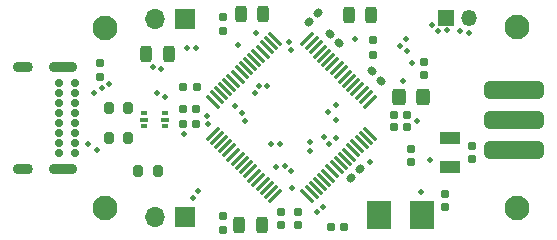
<source format=gts>
G04 #@! TF.GenerationSoftware,KiCad,Pcbnew,7.0.6*
G04 #@! TF.CreationDate,2024-02-06T23:19:41+01:00*
G04 #@! TF.ProjectId,USB2CANv2,55534232-4341-44e7-9632-2e6b69636164,0_2*
G04 #@! TF.SameCoordinates,Original*
G04 #@! TF.FileFunction,Soldermask,Top*
G04 #@! TF.FilePolarity,Negative*
%FSLAX46Y46*%
G04 Gerber Fmt 4.6, Leading zero omitted, Abs format (unit mm)*
G04 Created by KiCad (PCBNEW 7.0.6) date 2024-02-06 23:19:41*
%MOMM*%
%LPD*%
G01*
G04 APERTURE LIST*
G04 Aperture macros list*
%AMRoundRect*
0 Rectangle with rounded corners*
0 $1 Rounding radius*
0 $2 $3 $4 $5 $6 $7 $8 $9 X,Y pos of 4 corners*
0 Add a 4 corners polygon primitive as box body*
4,1,4,$2,$3,$4,$5,$6,$7,$8,$9,$2,$3,0*
0 Add four circle primitives for the rounded corners*
1,1,$1+$1,$2,$3*
1,1,$1+$1,$4,$5*
1,1,$1+$1,$6,$7*
1,1,$1+$1,$8,$9*
0 Add four rect primitives between the rounded corners*
20,1,$1+$1,$2,$3,$4,$5,0*
20,1,$1+$1,$4,$5,$6,$7,0*
20,1,$1+$1,$6,$7,$8,$9,0*
20,1,$1+$1,$8,$9,$2,$3,0*%
G04 Aperture macros list end*
%ADD10O,1.350000X1.350000*%
%ADD11R,1.350000X1.350000*%
%ADD12RoundRect,0.200000X0.200000X0.275000X-0.200000X0.275000X-0.200000X-0.275000X0.200000X-0.275000X0*%
%ADD13R,0.500000X0.375000*%
%ADD14R,0.650000X0.300000*%
%ADD15RoundRect,0.155000X0.155000X-0.212500X0.155000X0.212500X-0.155000X0.212500X-0.155000X-0.212500X0*%
%ADD16R,1.700000X1.700000*%
%ADD17O,1.700000X1.700000*%
%ADD18RoundRect,0.155000X-0.212500X-0.155000X0.212500X-0.155000X0.212500X0.155000X-0.212500X0.155000X0*%
%ADD19RoundRect,0.160000X-0.160000X0.197500X-0.160000X-0.197500X0.160000X-0.197500X0.160000X0.197500X0*%
%ADD20RoundRect,0.250000X-0.325000X-0.450000X0.325000X-0.450000X0.325000X0.450000X-0.325000X0.450000X0*%
%ADD21C,2.100000*%
%ADD22RoundRect,0.243750X-0.243750X-0.456250X0.243750X-0.456250X0.243750X0.456250X-0.243750X0.456250X0*%
%ADD23RoundRect,0.381000X2.119000X0.381000X-2.119000X0.381000X-2.119000X-0.381000X2.119000X-0.381000X0*%
%ADD24R,2.000000X2.400000*%
%ADD25R,1.800000X1.000000*%
%ADD26C,0.700000*%
%ADD27O,1.700000X0.900000*%
%ADD28O,2.400000X0.900000*%
%ADD29RoundRect,0.075000X0.548008X0.441942X0.441942X0.548008X-0.548008X-0.441942X-0.441942X-0.548008X0*%
%ADD30RoundRect,0.075000X0.548008X-0.441942X-0.441942X0.548008X-0.548008X0.441942X0.441942X-0.548008X0*%
%ADD31RoundRect,0.155000X0.212500X0.155000X-0.212500X0.155000X-0.212500X-0.155000X0.212500X-0.155000X0*%
%ADD32RoundRect,0.155000X-0.259862X0.040659X0.040659X-0.259862X0.259862X-0.040659X-0.040659X0.259862X0*%
%ADD33RoundRect,0.200000X-0.200000X-0.275000X0.200000X-0.275000X0.200000X0.275000X-0.200000X0.275000X0*%
%ADD34RoundRect,0.155000X-0.155000X0.212500X-0.155000X-0.212500X0.155000X-0.212500X0.155000X0.212500X0*%
%ADD35RoundRect,0.243750X0.243750X0.456250X-0.243750X0.456250X-0.243750X-0.456250X0.243750X-0.456250X0*%
%ADD36RoundRect,0.155000X-0.040659X-0.259862X0.259862X0.040659X0.040659X0.259862X-0.259862X-0.040659X0*%
%ADD37C,0.500000*%
G04 APERTURE END LIST*
D10*
X160512000Y-89154000D03*
D11*
X158512000Y-89154000D03*
D12*
X131635000Y-96774000D03*
X129985000Y-96774000D03*
D13*
X134708000Y-98327500D03*
D14*
X134783000Y-97790000D03*
D13*
X134708000Y-97252500D03*
X133008000Y-97252500D03*
D14*
X132933000Y-97790000D03*
D13*
X133008000Y-98327500D03*
D15*
X158496000Y-105215500D03*
X158496000Y-104080500D03*
D16*
X136403000Y-89255600D03*
D17*
X133863000Y-89255600D03*
D18*
X154118500Y-98425000D03*
X155253500Y-98425000D03*
D19*
X139700000Y-105955500D03*
X139700000Y-107150500D03*
D20*
X154550000Y-95885000D03*
X156600000Y-95885000D03*
D21*
X129692400Y-105257600D03*
X164591835Y-89984543D03*
D15*
X156718000Y-92904500D03*
X156718000Y-94039500D03*
D19*
X139670000Y-89142500D03*
X139670000Y-90337500D03*
D12*
X131635000Y-99314000D03*
X129985000Y-99314000D03*
D22*
X141162500Y-88870000D03*
X143037500Y-88870000D03*
X141048500Y-106679999D03*
X142923500Y-106679999D03*
D23*
X164338000Y-100330000D03*
X164338000Y-97790000D03*
X164338000Y-95250000D03*
D24*
X152836000Y-105867200D03*
X156536000Y-105867200D03*
D25*
X158877000Y-99334000D03*
X158877000Y-101834000D03*
D19*
X152400000Y-91096500D03*
X152400000Y-92291500D03*
D26*
X127113400Y-94662600D03*
X127113400Y-95512600D03*
X127113400Y-96362600D03*
X127113400Y-97212600D03*
X127113400Y-98062600D03*
X127113400Y-98912600D03*
X127113400Y-99762600D03*
X127113400Y-100612600D03*
X125763400Y-100612600D03*
X125763400Y-99762600D03*
X125763400Y-98912600D03*
X125763400Y-98062600D03*
X125763400Y-97212600D03*
X125763400Y-96362600D03*
X125763400Y-95512600D03*
X125763400Y-94662600D03*
D27*
X122753400Y-101962600D03*
X122753400Y-93312600D03*
D28*
X126133400Y-101962600D03*
X126133400Y-93312600D03*
D29*
X144079219Y-104302081D03*
X143725666Y-103948528D03*
X143372113Y-103594975D03*
X143018559Y-103241421D03*
X142665006Y-102887868D03*
X142311452Y-102534314D03*
X141957899Y-102180761D03*
X141604346Y-101827208D03*
X141250792Y-101473654D03*
X140897239Y-101120101D03*
X140543686Y-100766548D03*
X140190132Y-100412994D03*
X139836579Y-100059441D03*
X139483025Y-99705887D03*
X139129472Y-99352334D03*
X138775919Y-98998781D03*
D30*
X138775919Y-96276419D03*
X139129472Y-95922866D03*
X139483025Y-95569313D03*
X139836579Y-95215759D03*
X140190132Y-94862206D03*
X140543686Y-94508652D03*
X140897239Y-94155099D03*
X141250792Y-93801546D03*
X141604346Y-93447992D03*
X141957899Y-93094439D03*
X142311452Y-92740886D03*
X142665006Y-92387332D03*
X143018559Y-92033779D03*
X143372113Y-91680225D03*
X143725666Y-91326672D03*
X144079219Y-90973119D03*
D29*
X146801581Y-90973119D03*
X147155134Y-91326672D03*
X147508687Y-91680225D03*
X147862241Y-92033779D03*
X148215794Y-92387332D03*
X148569348Y-92740886D03*
X148922901Y-93094439D03*
X149276454Y-93447992D03*
X149630008Y-93801546D03*
X149983561Y-94155099D03*
X150337114Y-94508652D03*
X150690668Y-94862206D03*
X151044221Y-95215759D03*
X151397775Y-95569313D03*
X151751328Y-95922866D03*
X152104881Y-96276419D03*
D30*
X152104881Y-98998781D03*
X151751328Y-99352334D03*
X151397775Y-99705887D03*
X151044221Y-100059441D03*
X150690668Y-100412994D03*
X150337114Y-100766548D03*
X149983561Y-101120101D03*
X149630008Y-101473654D03*
X149276454Y-101827208D03*
X148922901Y-102180761D03*
X148569348Y-102534314D03*
X148215794Y-102887868D03*
X147862241Y-103241421D03*
X147508687Y-103594975D03*
X147155134Y-103948528D03*
X146801581Y-104302081D03*
D31*
X137371900Y-98145600D03*
X136236900Y-98145600D03*
D21*
X164589596Y-105258080D03*
D32*
X152252717Y-93705717D03*
X153055283Y-94508283D03*
D31*
X137422700Y-95046800D03*
X136287700Y-95046800D03*
D32*
X148696717Y-90530717D03*
X149499283Y-91333283D03*
D22*
X133174500Y-92202000D03*
X135049500Y-92202000D03*
D21*
X129692400Y-90017600D03*
D33*
X132474200Y-102108000D03*
X134124200Y-102108000D03*
D31*
X149919500Y-106908600D03*
X148784500Y-106908600D03*
D34*
X160731200Y-100016500D03*
X160731200Y-101151500D03*
D18*
X154118500Y-97409000D03*
X155253500Y-97409000D03*
D31*
X137371900Y-96875600D03*
X136236900Y-96875600D03*
D34*
X146050000Y-105604500D03*
X146050000Y-106739500D03*
X144551400Y-105604500D03*
X144551400Y-106739500D03*
D16*
X136403000Y-106019600D03*
D17*
X133863000Y-106019600D03*
D35*
X152219900Y-88900000D03*
X150344900Y-88900000D03*
D34*
X155549600Y-100270500D03*
X155549600Y-101405500D03*
D19*
X129286000Y-92988200D03*
X129286000Y-94183200D03*
D36*
X146918717Y-89555283D03*
X147721283Y-88752717D03*
X150474717Y-102763283D03*
X151277283Y-101960717D03*
D37*
X158597600Y-90195400D03*
X157903368Y-90281104D03*
X159766000Y-90332500D03*
X160512000Y-90449400D03*
X157327600Y-89814400D03*
X157220000Y-101220000D03*
X138416348Y-98142317D03*
X138320000Y-97500000D03*
X136361189Y-99023189D03*
X152146000Y-101346000D03*
X156464000Y-103886000D03*
X147066000Y-99732741D03*
X148212425Y-99255200D03*
X147066000Y-100432244D03*
X148609695Y-99833114D03*
X145375108Y-91880058D03*
X148590000Y-97155000D03*
X149225000Y-96520000D03*
X149225000Y-97790000D03*
X128270000Y-99822000D03*
X129032000Y-100330000D03*
X128778000Y-95504000D03*
X156083000Y-97917000D03*
X155702000Y-92964000D03*
X154940000Y-94488000D03*
X140970000Y-91440000D03*
X142494000Y-90424000D03*
X150876000Y-90932000D03*
X129413000Y-95123000D03*
X134393177Y-93475964D03*
X134707626Y-95870788D03*
X147580000Y-105650000D03*
X145465802Y-103619637D03*
X142708022Y-94930893D03*
X154620000Y-91531500D03*
X137569919Y-103813068D03*
X144463503Y-99822000D03*
X144870000Y-101690000D03*
X137351503Y-91694000D03*
X141275602Y-97246500D03*
X134112000Y-95504000D03*
X148093000Y-105167000D03*
X133701000Y-93375000D03*
X145288000Y-91186000D03*
X143764000Y-99822000D03*
X136652000Y-91694000D03*
X137160000Y-104394000D03*
X149225000Y-99314000D03*
X130048000Y-94742000D03*
X140716000Y-96647000D03*
X155194000Y-90932000D03*
X155267903Y-92020242D03*
X141519717Y-97902023D03*
X142367000Y-95547500D03*
X143406173Y-94974357D03*
X144117500Y-101796205D03*
X145440000Y-102120000D03*
M02*

</source>
